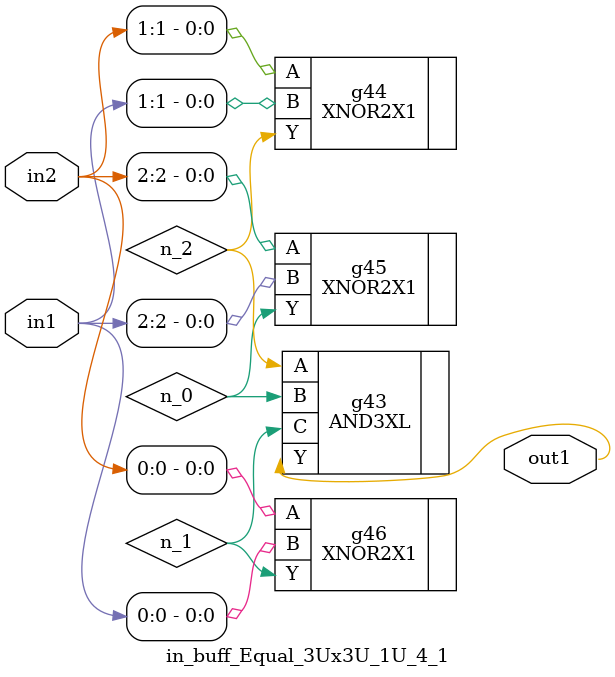
<source format=v>
`timescale 1ps / 1ps


module in_buff_Equal_3Ux3U_1U_4_1(in2, in1, out1);
  input [2:0] in2, in1;
  output out1;
  wire [2:0] in2, in1;
  wire out1;
  wire n_0, n_1, n_2;
  AND3XL g43(.A (n_2), .B (n_0), .C (n_1), .Y (out1));
  XNOR2X1 g44(.A (in2[1]), .B (in1[1]), .Y (n_2));
  XNOR2X1 g46(.A (in2[0]), .B (in1[0]), .Y (n_1));
  XNOR2X1 g45(.A (in2[2]), .B (in1[2]), .Y (n_0));
endmodule



</source>
